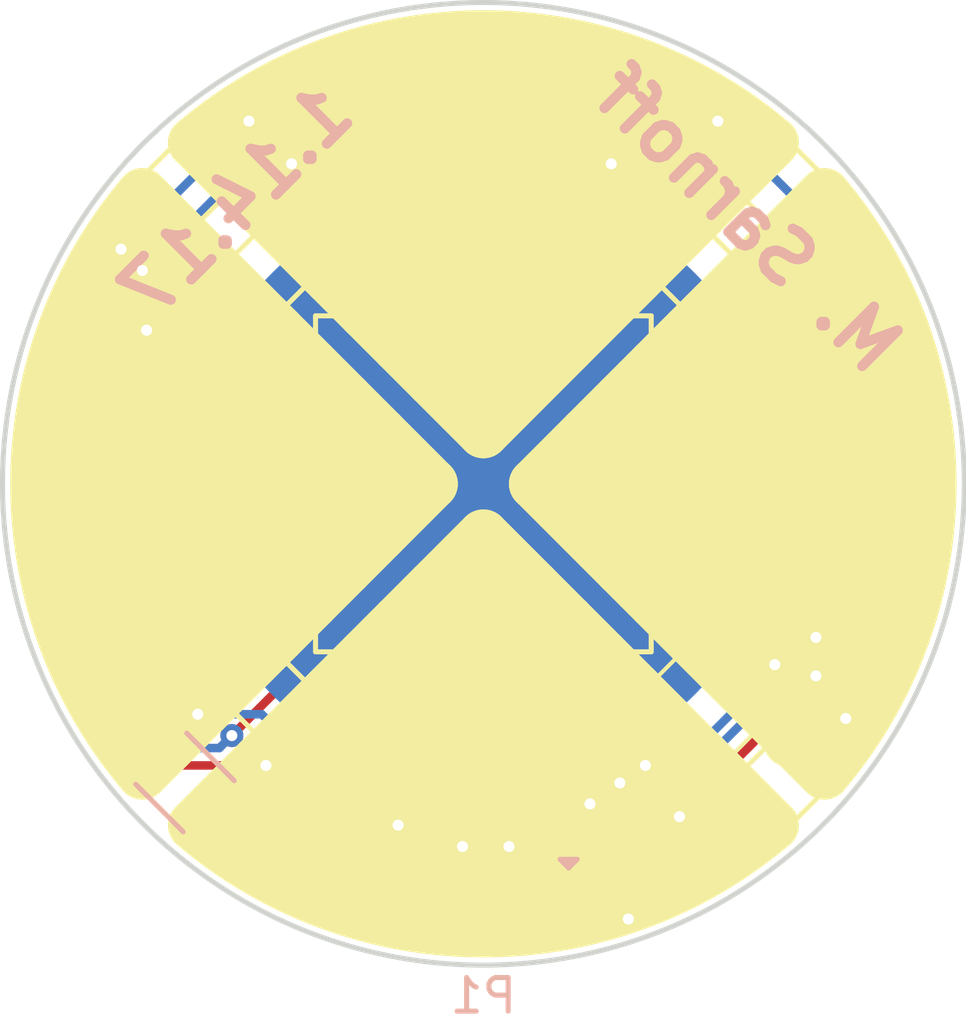
<source format=kicad_pcb>
(kicad_pcb (version 4) (host pcbnew 4.0.5)

  (general
    (links 38)
    (no_connects 2)
    (area 150.699399 87.199399 179.500601 116.000601)
    (thickness 1.6002)
    (drawings 47)
    (tracks 237)
    (zones 0)
    (modules 20)
    (nets 11)
  )

  (page A4)
  (layers
    (0 Top signal)
    (31 Bottom signal)
    (34 B.Paste user)
    (35 F.Paste user)
    (36 B.SilkS user)
    (37 F.SilkS user hide)
    (38 B.Mask user)
    (39 F.Mask user)
    (40 Dwgs.User user)
    (41 Cmts.User user)
    (42 Eco1.User user)
    (43 Eco2.User user)
    (44 Edge.Cuts user)
    (45 Margin user)
  )

  (setup
    (last_trace_width 0.254)
    (trace_clearance 0.1524)
    (zone_clearance 0.508)
    (zone_45_only no)
    (trace_min 0.1524)
    (segment_width 1.524)
    (edge_width 0.15)
    (via_size 0.6858)
    (via_drill 0.3302)
    (via_min_size 0.6858)
    (via_min_drill 0.3302)
    (uvia_size 0.762)
    (uvia_drill 0.508)
    (uvias_allowed no)
    (uvia_min_size 0)
    (uvia_min_drill 0)
    (pcb_text_width 0.3)
    (pcb_text_size 1.5 1.5)
    (mod_edge_width 0.15)
    (mod_text_size 1 1)
    (mod_text_width 0.15)
    (pad_size 1.524 1.524)
    (pad_drill 0.762)
    (pad_to_mask_clearance 0.2)
    (aux_axis_origin 0 0)
    (visible_elements FFFFFBBF)
    (pcbplotparams
      (layerselection 0x010f0_80000001)
      (usegerberextensions true)
      (excludeedgelayer true)
      (linewidth 0.100000)
      (plotframeref false)
      (viasonmask false)
      (mode 1)
      (useauxorigin false)
      (hpglpennumber 1)
      (hpglpenspeed 20)
      (hpglpendiameter 15)
      (hpglpenoverlay 2)
      (psnegative false)
      (psa4output false)
      (plotreference false)
      (plotvalue false)
      (plotinvisibletext false)
      (padsonsilk false)
      (subtractmaskfromsilk true)
      (outputformat 1)
      (mirror false)
      (drillshape 0)
      (scaleselection 1)
      (outputdirectory gerbers/))
  )

  (net 0 "")
  (net 1 GND)
  (net 2 +BATT)
  (net 3 "Net-(D1-Pad2)")
  (net 4 "Net-(D1-Pad1)")
  (net 5 "Net-(D3-Pad2)")
  (net 6 "Net-(R8-Pad2)")
  (net 7 "Net-(P1-Pad1)")
  (net 8 "Net-(P1-Pad4)")
  (net 9 "Net-(P1-Pad5)")
  (net 10 "Net-(R9-Pad1)")

  (net_class Default "This is the default net class."
    (clearance 0.1524)
    (trace_width 0.254)
    (via_dia 0.6858)
    (via_drill 0.3302)
    (uvia_dia 0.762)
    (uvia_drill 0.508)
    (add_net +BATT)
    (add_net GND)
    (add_net "Net-(D1-Pad1)")
    (add_net "Net-(D1-Pad2)")
    (add_net "Net-(D3-Pad2)")
    (add_net "Net-(P1-Pad1)")
    (add_net "Net-(P1-Pad4)")
    (add_net "Net-(P1-Pad5)")
    (add_net "Net-(R8-Pad2)")
    (add_net "Net-(R9-Pad1)")
  )

  (module Resistors_SMD:R_1206 (layer Top) (tedit 5868363F) (tstamp 5866C88D)
    (at 158.75 95.25 225)
    (descr "Resistor SMD 1206, reflow soldering, Vishay (see dcrcw.pdf)")
    (tags "resistor 1206")
    (path /5864A604)
    (attr smd)
    (fp_text reference R7 (at 0 -2.3 225) (layer F.SilkS) hide
      (effects (font (size 1 1) (thickness 0.15)))
    )
    (fp_text value 1K (at 0 2.3 225) (layer F.Fab)
      (effects (font (size 1 1) (thickness 0.15)))
    )
    (fp_line (start -1.6 0.8) (end -1.6 -0.8) (layer F.Fab) (width 0.1))
    (fp_line (start 1.6 0.8) (end -1.6 0.8) (layer F.Fab) (width 0.1))
    (fp_line (start 1.6 -0.8) (end 1.6 0.8) (layer F.Fab) (width 0.1))
    (fp_line (start -1.6 -0.8) (end 1.6 -0.8) (layer F.Fab) (width 0.1))
    (fp_line (start -2.2 -1.2) (end 2.2 -1.2) (layer F.CrtYd) (width 0.05))
    (fp_line (start -2.2 1.2) (end 2.2 1.2) (layer F.CrtYd) (width 0.05))
    (fp_line (start -2.2 -1.2) (end -2.2 1.2) (layer F.CrtYd) (width 0.05))
    (fp_line (start 2.2 -1.2) (end 2.2 1.2) (layer F.CrtYd) (width 0.05))
    (fp_line (start 1 1.075) (end -1 1.075) (layer F.SilkS) (width 0.15))
    (fp_line (start -1 -1.075) (end 1 -1.075) (layer F.SilkS) (width 0.15))
    (pad 1 smd rect (at -1.45 0 225) (size 0.9 1.7) (layers Top F.Paste F.Mask)
      (net 4 "Net-(D1-Pad1)"))
    (pad 2 smd rect (at 1.45 0 225) (size 0.9 1.7) (layers Top F.Paste F.Mask)
      (net 9 "Net-(P1-Pad5)"))
    (model Resistors_SMD.3dshapes/R_1206.wrl
      (at (xyz 0 0 0))
      (scale (xyz 1 1 1))
      (rotate (xyz 0 0 0))
    )
  )

  (module footprints:BAT-HLD-001 (layer Bottom) (tedit 58683673) (tstamp 5866C845)
    (at 165.1 101.6)
    (path /58646543)
    (fp_text reference B1 (at 0 -0.5) (layer B.SilkS) hide
      (effects (font (size 1 1) (thickness 0.15)) (justify mirror))
    )
    (fp_text value CR2032 (at 0 0.5) (layer B.Fab)
      (effects (font (size 1 1) (thickness 0.15)) (justify mirror))
    )
    (pad 2 smd circle (at 0 0) (size 17.78 17.78) (layers Bottom B.Paste B.Mask)
      (net 1 GND))
    (pad 1 smd rect (at -11.43 0) (size 2.54 5.08) (layers Bottom B.Paste B.Mask)
      (net 2 +BATT))
    (pad 1 smd rect (at 11.43 0) (size 2.54 5.08) (layers Bottom B.Paste B.Mask)
      (net 2 +BATT))
  )

  (module LEDs:LED_1206 (layer Top) (tedit 586835F2) (tstamp 5866C84B)
    (at 165.1 93.98)
    (descr "LED 1206 smd package")
    (tags "LED1206 SMD")
    (path /5864635F)
    (attr smd)
    (fp_text reference D1 (at 0 -2) (layer F.SilkS) hide
      (effects (font (size 1 1) (thickness 0.15)))
    )
    (fp_text value APT3216LSECK/J3-PRV (at 0 2) (layer F.Fab)
      (effects (font (size 1 1) (thickness 0.15)))
    )
    (fp_line (start -0.5 -0.5) (end -0.5 0.5) (layer F.Fab) (width 0.15))
    (fp_line (start -0.5 0) (end 0 -0.5) (layer F.Fab) (width 0.15))
    (fp_line (start 0 0.5) (end -0.5 0) (layer F.Fab) (width 0.15))
    (fp_line (start 0 -0.5) (end 0 0.5) (layer F.Fab) (width 0.15))
    (fp_line (start -1.6 0.8) (end -1.6 -0.8) (layer F.Fab) (width 0.15))
    (fp_line (start 1.6 0.8) (end -1.6 0.8) (layer F.Fab) (width 0.15))
    (fp_line (start 1.6 -0.8) (end 1.6 0.8) (layer F.Fab) (width 0.15))
    (fp_line (start -1.6 -0.8) (end 1.6 -0.8) (layer F.Fab) (width 0.15))
    (fp_line (start -2.15 1.05) (end 1.45 1.05) (layer F.SilkS) (width 0.15))
    (fp_line (start -2.15 -1.05) (end 1.45 -1.05) (layer F.SilkS) (width 0.15))
    (fp_line (start -0.1 -0.3) (end -0.1 0.3) (layer F.SilkS) (width 0.15))
    (fp_line (start -0.1 0.3) (end -0.4 0) (layer F.SilkS) (width 0.15))
    (fp_line (start -0.4 0) (end -0.2 -0.2) (layer F.SilkS) (width 0.15))
    (fp_line (start -0.2 -0.2) (end -0.2 0.05) (layer F.SilkS) (width 0.15))
    (fp_line (start -0.2 0.05) (end -0.25 0) (layer F.SilkS) (width 0.15))
    (fp_line (start -0.5 -0.5) (end -0.5 0.5) (layer F.SilkS) (width 0.15))
    (fp_line (start 0 0) (end 0.5 0) (layer F.SilkS) (width 0.15))
    (fp_line (start -0.5 0) (end 0 -0.5) (layer F.SilkS) (width 0.15))
    (fp_line (start 0 -0.5) (end 0 0.5) (layer F.SilkS) (width 0.15))
    (fp_line (start 0 0.5) (end -0.5 0) (layer F.SilkS) (width 0.15))
    (fp_line (start 2.5 -1.25) (end -2.5 -1.25) (layer F.CrtYd) (width 0.05))
    (fp_line (start -2.5 -1.25) (end -2.5 1.25) (layer F.CrtYd) (width 0.05))
    (fp_line (start -2.5 1.25) (end 2.5 1.25) (layer F.CrtYd) (width 0.05))
    (fp_line (start 2.5 1.25) (end 2.5 -1.25) (layer F.CrtYd) (width 0.05))
    (pad 2 smd rect (at 1.41986 0 180) (size 1.59766 1.80086) (layers Top F.Paste F.Mask)
      (net 3 "Net-(D1-Pad2)"))
    (pad 1 smd rect (at -1.41986 0 180) (size 1.59766 1.80086) (layers Top F.Paste F.Mask)
      (net 4 "Net-(D1-Pad1)"))
    (model LEDs.3dshapes/LED_1206.wrl
      (at (xyz 0 0 0))
      (scale (xyz 1 1 1))
      (rotate (xyz 0 0 180))
    )
  )

  (module LEDs:LED_1206 (layer Top) (tedit 58683621) (tstamp 5866C851)
    (at 172.72 101.6 270)
    (descr "LED 1206 smd package")
    (tags "LED1206 SMD")
    (path /5864EB29)
    (attr smd)
    (fp_text reference D2 (at 0 -2 270) (layer F.SilkS) hide
      (effects (font (size 1 1) (thickness 0.15)))
    )
    (fp_text value APT3216LSYCK/J3-PRV (at 0 2 270) (layer F.Fab)
      (effects (font (size 1 1) (thickness 0.15)))
    )
    (fp_line (start -0.5 -0.5) (end -0.5 0.5) (layer F.Fab) (width 0.15))
    (fp_line (start -0.5 0) (end 0 -0.5) (layer F.Fab) (width 0.15))
    (fp_line (start 0 0.5) (end -0.5 0) (layer F.Fab) (width 0.15))
    (fp_line (start 0 -0.5) (end 0 0.5) (layer F.Fab) (width 0.15))
    (fp_line (start -1.6 0.8) (end -1.6 -0.8) (layer F.Fab) (width 0.15))
    (fp_line (start 1.6 0.8) (end -1.6 0.8) (layer F.Fab) (width 0.15))
    (fp_line (start 1.6 -0.8) (end 1.6 0.8) (layer F.Fab) (width 0.15))
    (fp_line (start -1.6 -0.8) (end 1.6 -0.8) (layer F.Fab) (width 0.15))
    (fp_line (start -2.15 1.05) (end 1.45 1.05) (layer F.SilkS) (width 0.15))
    (fp_line (start -2.15 -1.05) (end 1.45 -1.05) (layer F.SilkS) (width 0.15))
    (fp_line (start -0.1 -0.3) (end -0.1 0.3) (layer F.SilkS) (width 0.15))
    (fp_line (start -0.1 0.3) (end -0.4 0) (layer F.SilkS) (width 0.15))
    (fp_line (start -0.4 0) (end -0.2 -0.2) (layer F.SilkS) (width 0.15))
    (fp_line (start -0.2 -0.2) (end -0.2 0.05) (layer F.SilkS) (width 0.15))
    (fp_line (start -0.2 0.05) (end -0.25 0) (layer F.SilkS) (width 0.15))
    (fp_line (start -0.5 -0.5) (end -0.5 0.5) (layer F.SilkS) (width 0.15))
    (fp_line (start 0 0) (end 0.5 0) (layer F.SilkS) (width 0.15))
    (fp_line (start -0.5 0) (end 0 -0.5) (layer F.SilkS) (width 0.15))
    (fp_line (start 0 -0.5) (end 0 0.5) (layer F.SilkS) (width 0.15))
    (fp_line (start 0 0.5) (end -0.5 0) (layer F.SilkS) (width 0.15))
    (fp_line (start 2.5 -1.25) (end -2.5 -1.25) (layer F.CrtYd) (width 0.05))
    (fp_line (start -2.5 -1.25) (end -2.5 1.25) (layer F.CrtYd) (width 0.05))
    (fp_line (start -2.5 1.25) (end 2.5 1.25) (layer F.CrtYd) (width 0.05))
    (fp_line (start 2.5 1.25) (end 2.5 -1.25) (layer F.CrtYd) (width 0.05))
    (pad 2 smd rect (at 1.41986 0 90) (size 1.59766 1.80086) (layers Top F.Paste F.Mask)
      (net 4 "Net-(D1-Pad1)"))
    (pad 1 smd rect (at -1.41986 0 90) (size 1.59766 1.80086) (layers Top F.Paste F.Mask)
      (net 3 "Net-(D1-Pad2)"))
    (model LEDs.3dshapes/LED_1206.wrl
      (at (xyz 0 0 0))
      (scale (xyz 1 1 1))
      (rotate (xyz 0 0 180))
    )
  )

  (module LEDs:LED_1206 (layer Top) (tedit 58683629) (tstamp 5866C857)
    (at 164.95014 109.22 180)
    (descr "LED 1206 smd package")
    (tags "LED1206 SMD")
    (path /5864F32F)
    (attr smd)
    (fp_text reference D3 (at 0 -2 180) (layer F.SilkS) hide
      (effects (font (size 1 1) (thickness 0.15)))
    )
    (fp_text value APT3216LZGCK (at 0 2 180) (layer F.Fab)
      (effects (font (size 1 1) (thickness 0.15)))
    )
    (fp_line (start -0.5 -0.5) (end -0.5 0.5) (layer F.Fab) (width 0.15))
    (fp_line (start -0.5 0) (end 0 -0.5) (layer F.Fab) (width 0.15))
    (fp_line (start 0 0.5) (end -0.5 0) (layer F.Fab) (width 0.15))
    (fp_line (start 0 -0.5) (end 0 0.5) (layer F.Fab) (width 0.15))
    (fp_line (start -1.6 0.8) (end -1.6 -0.8) (layer F.Fab) (width 0.15))
    (fp_line (start 1.6 0.8) (end -1.6 0.8) (layer F.Fab) (width 0.15))
    (fp_line (start 1.6 -0.8) (end 1.6 0.8) (layer F.Fab) (width 0.15))
    (fp_line (start -1.6 -0.8) (end 1.6 -0.8) (layer F.Fab) (width 0.15))
    (fp_line (start -2.15 1.05) (end 1.45 1.05) (layer F.SilkS) (width 0.15))
    (fp_line (start -2.15 -1.05) (end 1.45 -1.05) (layer F.SilkS) (width 0.15))
    (fp_line (start -0.1 -0.3) (end -0.1 0.3) (layer F.SilkS) (width 0.15))
    (fp_line (start -0.1 0.3) (end -0.4 0) (layer F.SilkS) (width 0.15))
    (fp_line (start -0.4 0) (end -0.2 -0.2) (layer F.SilkS) (width 0.15))
    (fp_line (start -0.2 -0.2) (end -0.2 0.05) (layer F.SilkS) (width 0.15))
    (fp_line (start -0.2 0.05) (end -0.25 0) (layer F.SilkS) (width 0.15))
    (fp_line (start -0.5 -0.5) (end -0.5 0.5) (layer F.SilkS) (width 0.15))
    (fp_line (start 0 0) (end 0.5 0) (layer F.SilkS) (width 0.15))
    (fp_line (start -0.5 0) (end 0 -0.5) (layer F.SilkS) (width 0.15))
    (fp_line (start 0 -0.5) (end 0 0.5) (layer F.SilkS) (width 0.15))
    (fp_line (start 0 0.5) (end -0.5 0) (layer F.SilkS) (width 0.15))
    (fp_line (start 2.5 -1.25) (end -2.5 -1.25) (layer F.CrtYd) (width 0.05))
    (fp_line (start -2.5 -1.25) (end -2.5 1.25) (layer F.CrtYd) (width 0.05))
    (fp_line (start -2.5 1.25) (end 2.5 1.25) (layer F.CrtYd) (width 0.05))
    (fp_line (start 2.5 1.25) (end 2.5 -1.25) (layer F.CrtYd) (width 0.05))
    (pad 2 smd rect (at 1.41986 0) (size 1.59766 1.80086) (layers Top F.Paste F.Mask)
      (net 5 "Net-(D3-Pad2)"))
    (pad 1 smd rect (at -1.41986 0) (size 1.59766 1.80086) (layers Top F.Paste F.Mask)
      (net 3 "Net-(D1-Pad2)"))
    (model LEDs.3dshapes/LED_1206.wrl
      (at (xyz 0 0 0))
      (scale (xyz 1 1 1))
      (rotate (xyz 0 0 180))
    )
  )

  (module LEDs:LED_1206 (layer Top) (tedit 58683638) (tstamp 5866C85D)
    (at 157.48 101.74986 90)
    (descr "LED 1206 smd package")
    (tags "LED1206 SMD")
    (path /5864F595)
    (attr smd)
    (fp_text reference D4 (at 0 -2 90) (layer F.SilkS) hide
      (effects (font (size 1 1) (thickness 0.15)))
    )
    (fp_text value APT3216LVBC/D (at 0 2 90) (layer F.Fab)
      (effects (font (size 1 1) (thickness 0.15)))
    )
    (fp_line (start -0.5 -0.5) (end -0.5 0.5) (layer F.Fab) (width 0.15))
    (fp_line (start -0.5 0) (end 0 -0.5) (layer F.Fab) (width 0.15))
    (fp_line (start 0 0.5) (end -0.5 0) (layer F.Fab) (width 0.15))
    (fp_line (start 0 -0.5) (end 0 0.5) (layer F.Fab) (width 0.15))
    (fp_line (start -1.6 0.8) (end -1.6 -0.8) (layer F.Fab) (width 0.15))
    (fp_line (start 1.6 0.8) (end -1.6 0.8) (layer F.Fab) (width 0.15))
    (fp_line (start 1.6 -0.8) (end 1.6 0.8) (layer F.Fab) (width 0.15))
    (fp_line (start -1.6 -0.8) (end 1.6 -0.8) (layer F.Fab) (width 0.15))
    (fp_line (start -2.15 1.05) (end 1.45 1.05) (layer F.SilkS) (width 0.15))
    (fp_line (start -2.15 -1.05) (end 1.45 -1.05) (layer F.SilkS) (width 0.15))
    (fp_line (start -0.1 -0.3) (end -0.1 0.3) (layer F.SilkS) (width 0.15))
    (fp_line (start -0.1 0.3) (end -0.4 0) (layer F.SilkS) (width 0.15))
    (fp_line (start -0.4 0) (end -0.2 -0.2) (layer F.SilkS) (width 0.15))
    (fp_line (start -0.2 -0.2) (end -0.2 0.05) (layer F.SilkS) (width 0.15))
    (fp_line (start -0.2 0.05) (end -0.25 0) (layer F.SilkS) (width 0.15))
    (fp_line (start -0.5 -0.5) (end -0.5 0.5) (layer F.SilkS) (width 0.15))
    (fp_line (start 0 0) (end 0.5 0) (layer F.SilkS) (width 0.15))
    (fp_line (start -0.5 0) (end 0 -0.5) (layer F.SilkS) (width 0.15))
    (fp_line (start 0 -0.5) (end 0 0.5) (layer F.SilkS) (width 0.15))
    (fp_line (start 0 0.5) (end -0.5 0) (layer F.SilkS) (width 0.15))
    (fp_line (start 2.5 -1.25) (end -2.5 -1.25) (layer F.CrtYd) (width 0.05))
    (fp_line (start -2.5 -1.25) (end -2.5 1.25) (layer F.CrtYd) (width 0.05))
    (fp_line (start -2.5 1.25) (end 2.5 1.25) (layer F.CrtYd) (width 0.05))
    (fp_line (start 2.5 1.25) (end 2.5 -1.25) (layer F.CrtYd) (width 0.05))
    (pad 2 smd rect (at 1.41986 0 270) (size 1.59766 1.80086) (layers Top F.Paste F.Mask)
      (net 3 "Net-(D1-Pad2)"))
    (pad 1 smd rect (at -1.41986 0 270) (size 1.59766 1.80086) (layers Top F.Paste F.Mask)
      (net 5 "Net-(D3-Pad2)"))
    (model LEDs.3dshapes/LED_1206.wrl
      (at (xyz 0 0 0))
      (scale (xyz 1 1 1))
      (rotate (xyz 0 0 180))
    )
  )

  (module Resistors_SMD:R_1206 (layer Top) (tedit 5868363C) (tstamp 5866C86F)
    (at 156.21 92.71 45)
    (descr "Resistor SMD 1206, reflow soldering, Vishay (see dcrcw.pdf)")
    (tags "resistor 1206")
    (path /5864B547)
    (attr smd)
    (fp_text reference R1 (at 0 -2.3 45) (layer F.SilkS) hide
      (effects (font (size 1 1) (thickness 0.15)))
    )
    (fp_text value 1M (at 0 2.3 45) (layer F.Fab)
      (effects (font (size 1 1) (thickness 0.15)))
    )
    (fp_line (start -1.6 0.8) (end -1.6 -0.8) (layer F.Fab) (width 0.1))
    (fp_line (start 1.6 0.8) (end -1.6 0.8) (layer F.Fab) (width 0.1))
    (fp_line (start 1.6 -0.8) (end 1.6 0.8) (layer F.Fab) (width 0.1))
    (fp_line (start -1.6 -0.8) (end 1.6 -0.8) (layer F.Fab) (width 0.1))
    (fp_line (start -2.2 -1.2) (end 2.2 -1.2) (layer F.CrtYd) (width 0.05))
    (fp_line (start -2.2 1.2) (end 2.2 1.2) (layer F.CrtYd) (width 0.05))
    (fp_line (start -2.2 -1.2) (end -2.2 1.2) (layer F.CrtYd) (width 0.05))
    (fp_line (start 2.2 -1.2) (end 2.2 1.2) (layer F.CrtYd) (width 0.05))
    (fp_line (start 1 1.075) (end -1 1.075) (layer F.SilkS) (width 0.15))
    (fp_line (start -1 -1.075) (end 1 -1.075) (layer F.SilkS) (width 0.15))
    (pad 1 smd rect (at -1.45 0 45) (size 0.9 1.7) (layers Top F.Paste F.Mask)
      (net 2 +BATT))
    (pad 2 smd rect (at 1.45 0 45) (size 0.9 1.7) (layers Top F.Paste F.Mask)
      (net 4 "Net-(D1-Pad1)"))
    (model Resistors_SMD.3dshapes/R_1206.wrl
      (at (xyz 0 0 0))
      (scale (xyz 1 1 1))
      (rotate (xyz 0 0 0))
    )
  )

  (module Resistors_SMD:R_1206 (layer Top) (tedit 586835FF) (tstamp 5866C875)
    (at 173.99 92.71 315)
    (descr "Resistor SMD 1206, reflow soldering, Vishay (see dcrcw.pdf)")
    (tags "resistor 1206")
    (path /5864ADA6)
    (attr smd)
    (fp_text reference R2 (at 0 -2.3 315) (layer F.SilkS) hide
      (effects (font (size 1 1) (thickness 0.15)))
    )
    (fp_text value 1M (at 0 2.3 315) (layer F.Fab)
      (effects (font (size 1 1) (thickness 0.15)))
    )
    (fp_line (start -1.6 0.8) (end -1.6 -0.8) (layer F.Fab) (width 0.1))
    (fp_line (start 1.6 0.8) (end -1.6 0.8) (layer F.Fab) (width 0.1))
    (fp_line (start 1.6 -0.8) (end 1.6 0.8) (layer F.Fab) (width 0.1))
    (fp_line (start -1.6 -0.8) (end 1.6 -0.8) (layer F.Fab) (width 0.1))
    (fp_line (start -2.2 -1.2) (end 2.2 -1.2) (layer F.CrtYd) (width 0.05))
    (fp_line (start -2.2 1.2) (end 2.2 1.2) (layer F.CrtYd) (width 0.05))
    (fp_line (start -2.2 -1.2) (end -2.2 1.2) (layer F.CrtYd) (width 0.05))
    (fp_line (start 2.2 -1.2) (end 2.2 1.2) (layer F.CrtYd) (width 0.05))
    (fp_line (start 1 1.075) (end -1 1.075) (layer F.SilkS) (width 0.15))
    (fp_line (start -1 -1.075) (end 1 -1.075) (layer F.SilkS) (width 0.15))
    (pad 1 smd rect (at -1.45 0 315) (size 0.9 1.7) (layers Top F.Paste F.Mask)
      (net 2 +BATT))
    (pad 2 smd rect (at 1.45 0 315) (size 0.9 1.7) (layers Top F.Paste F.Mask)
      (net 7 "Net-(P1-Pad1)"))
    (model Resistors_SMD.3dshapes/R_1206.wrl
      (at (xyz 0 0 0))
      (scale (xyz 1 1 1))
      (rotate (xyz 0 0 0))
    )
  )

  (module Resistors_SMD:R_1206 (layer Top) (tedit 5868360C) (tstamp 5866C87B)
    (at 173.99 110.49 225)
    (descr "Resistor SMD 1206, reflow soldering, Vishay (see dcrcw.pdf)")
    (tags "resistor 1206")
    (path /5864B823)
    (attr smd)
    (fp_text reference R3 (at 0 -2.3 225) (layer F.SilkS) hide
      (effects (font (size 1 1) (thickness 0.15)))
    )
    (fp_text value 1M (at 0 2.3 225) (layer F.Fab)
      (effects (font (size 1 1) (thickness 0.15)))
    )
    (fp_line (start -1.6 0.8) (end -1.6 -0.8) (layer F.Fab) (width 0.1))
    (fp_line (start 1.6 0.8) (end -1.6 0.8) (layer F.Fab) (width 0.1))
    (fp_line (start 1.6 -0.8) (end 1.6 0.8) (layer F.Fab) (width 0.1))
    (fp_line (start -1.6 -0.8) (end 1.6 -0.8) (layer F.Fab) (width 0.1))
    (fp_line (start -2.2 -1.2) (end 2.2 -1.2) (layer F.CrtYd) (width 0.05))
    (fp_line (start -2.2 1.2) (end 2.2 1.2) (layer F.CrtYd) (width 0.05))
    (fp_line (start -2.2 -1.2) (end -2.2 1.2) (layer F.CrtYd) (width 0.05))
    (fp_line (start 2.2 -1.2) (end 2.2 1.2) (layer F.CrtYd) (width 0.05))
    (fp_line (start 1 1.075) (end -1 1.075) (layer F.SilkS) (width 0.15))
    (fp_line (start -1 -1.075) (end 1 -1.075) (layer F.SilkS) (width 0.15))
    (pad 1 smd rect (at -1.45 0 225) (size 0.9 1.7) (layers Top F.Paste F.Mask)
      (net 2 +BATT))
    (pad 2 smd rect (at 1.45 0 225) (size 0.9 1.7) (layers Top F.Paste F.Mask)
      (net 3 "Net-(D1-Pad2)"))
    (model Resistors_SMD.3dshapes/R_1206.wrl
      (at (xyz 0 0 0))
      (scale (xyz 1 1 1))
      (rotate (xyz 0 0 0))
    )
  )

  (module Resistors_SMD:R_1206 (layer Top) (tedit 58683631) (tstamp 5866C881)
    (at 156.21 110.49 135)
    (descr "Resistor SMD 1206, reflow soldering, Vishay (see dcrcw.pdf)")
    (tags "resistor 1206")
    (path /5864B898)
    (attr smd)
    (fp_text reference R4 (at 0 -2.3 135) (layer F.SilkS) hide
      (effects (font (size 1 1) (thickness 0.15)))
    )
    (fp_text value 1M (at 0 2.3 135) (layer F.Fab)
      (effects (font (size 1 1) (thickness 0.15)))
    )
    (fp_line (start -1.6 0.8) (end -1.6 -0.8) (layer F.Fab) (width 0.1))
    (fp_line (start 1.6 0.8) (end -1.6 0.8) (layer F.Fab) (width 0.1))
    (fp_line (start 1.6 -0.8) (end 1.6 0.8) (layer F.Fab) (width 0.1))
    (fp_line (start -1.6 -0.8) (end 1.6 -0.8) (layer F.Fab) (width 0.1))
    (fp_line (start -2.2 -1.2) (end 2.2 -1.2) (layer F.CrtYd) (width 0.05))
    (fp_line (start -2.2 1.2) (end 2.2 1.2) (layer F.CrtYd) (width 0.05))
    (fp_line (start -2.2 -1.2) (end -2.2 1.2) (layer F.CrtYd) (width 0.05))
    (fp_line (start 2.2 -1.2) (end 2.2 1.2) (layer F.CrtYd) (width 0.05))
    (fp_line (start 1 1.075) (end -1 1.075) (layer F.SilkS) (width 0.15))
    (fp_line (start -1 -1.075) (end 1 -1.075) (layer F.SilkS) (width 0.15))
    (pad 1 smd rect (at -1.45 0 135) (size 0.9 1.7) (layers Top F.Paste F.Mask)
      (net 2 +BATT))
    (pad 2 smd rect (at 1.45 0 135) (size 0.9 1.7) (layers Top F.Paste F.Mask)
      (net 5 "Net-(D3-Pad2)"))
    (model Resistors_SMD.3dshapes/R_1206.wrl
      (at (xyz 0 0 0))
      (scale (xyz 1 1 1))
      (rotate (xyz 0 0 0))
    )
  )

  (module Resistors_SMD:R_1206 (layer Top) (tedit 586835FB) (tstamp 5866C887)
    (at 171.45 95.25 315)
    (descr "Resistor SMD 1206, reflow soldering, Vishay (see dcrcw.pdf)")
    (tags "resistor 1206")
    (path /5864A559)
    (attr smd)
    (fp_text reference R6 (at 0 -2.3 315) (layer F.SilkS) hide
      (effects (font (size 1 1) (thickness 0.15)))
    )
    (fp_text value 1K (at 0 2.3 315) (layer F.Fab)
      (effects (font (size 1 1) (thickness 0.15)))
    )
    (fp_line (start -1.6 0.8) (end -1.6 -0.8) (layer F.Fab) (width 0.1))
    (fp_line (start 1.6 0.8) (end -1.6 0.8) (layer F.Fab) (width 0.1))
    (fp_line (start 1.6 -0.8) (end 1.6 0.8) (layer F.Fab) (width 0.1))
    (fp_line (start -1.6 -0.8) (end 1.6 -0.8) (layer F.Fab) (width 0.1))
    (fp_line (start -2.2 -1.2) (end 2.2 -1.2) (layer F.CrtYd) (width 0.05))
    (fp_line (start -2.2 1.2) (end 2.2 1.2) (layer F.CrtYd) (width 0.05))
    (fp_line (start -2.2 -1.2) (end -2.2 1.2) (layer F.CrtYd) (width 0.05))
    (fp_line (start 2.2 -1.2) (end 2.2 1.2) (layer F.CrtYd) (width 0.05))
    (fp_line (start 1 1.075) (end -1 1.075) (layer F.SilkS) (width 0.15))
    (fp_line (start -1 -1.075) (end 1 -1.075) (layer F.SilkS) (width 0.15))
    (pad 1 smd rect (at -1.45 0 315) (size 0.9 1.7) (layers Top F.Paste F.Mask)
      (net 3 "Net-(D1-Pad2)"))
    (pad 2 smd rect (at 1.45 0 315) (size 0.9 1.7) (layers Top F.Paste F.Mask)
      (net 8 "Net-(P1-Pad4)"))
    (model Resistors_SMD.3dshapes/R_1206.wrl
      (at (xyz 0 0 0))
      (scale (xyz 1 1 1))
      (rotate (xyz 0 0 0))
    )
  )

  (module Resistors_SMD:R_1206 (layer Top) (tedit 5868362D) (tstamp 5866C893)
    (at 158.75 107.95 315)
    (descr "Resistor SMD 1206, reflow soldering, Vishay (see dcrcw.pdf)")
    (tags "resistor 1206")
    (path /5864A644)
    (attr smd)
    (fp_text reference R8 (at 0 -2.3 315) (layer F.SilkS) hide
      (effects (font (size 1 1) (thickness 0.15)))
    )
    (fp_text value 1K (at 0 2.3 315) (layer F.Fab)
      (effects (font (size 1 1) (thickness 0.15)))
    )
    (fp_line (start -1.6 0.8) (end -1.6 -0.8) (layer F.Fab) (width 0.1))
    (fp_line (start 1.6 0.8) (end -1.6 0.8) (layer F.Fab) (width 0.1))
    (fp_line (start 1.6 -0.8) (end 1.6 0.8) (layer F.Fab) (width 0.1))
    (fp_line (start -1.6 -0.8) (end 1.6 -0.8) (layer F.Fab) (width 0.1))
    (fp_line (start -2.2 -1.2) (end 2.2 -1.2) (layer F.CrtYd) (width 0.05))
    (fp_line (start -2.2 1.2) (end 2.2 1.2) (layer F.CrtYd) (width 0.05))
    (fp_line (start -2.2 -1.2) (end -2.2 1.2) (layer F.CrtYd) (width 0.05))
    (fp_line (start 2.2 -1.2) (end 2.2 1.2) (layer F.CrtYd) (width 0.05))
    (fp_line (start 1 1.075) (end -1 1.075) (layer F.SilkS) (width 0.15))
    (fp_line (start -1 -1.075) (end 1 -1.075) (layer F.SilkS) (width 0.15))
    (pad 1 smd rect (at -1.45 0 315) (size 0.9 1.7) (layers Top F.Paste F.Mask)
      (net 5 "Net-(D3-Pad2)"))
    (pad 2 smd rect (at 1.45 0 315) (size 0.9 1.7) (layers Top F.Paste F.Mask)
      (net 6 "Net-(R8-Pad2)"))
    (model Resistors_SMD.3dshapes/R_1206.wrl
      (at (xyz 0 0 0))
      (scale (xyz 1 1 1))
      (rotate (xyz 0 0 0))
    )
  )

  (module Resistors_SMD:R_1206 (layer Bottom) (tedit 5868365B) (tstamp 5866C899)
    (at 156.21 110.49 135)
    (descr "Resistor SMD 1206, reflow soldering, Vishay (see dcrcw.pdf)")
    (tags "resistor 1206")
    (path /587ADDF6)
    (attr smd)
    (fp_text reference R9 (at 0 2.3 135) (layer B.SilkS) hide
      (effects (font (size 1 1) (thickness 0.15)) (justify mirror))
    )
    (fp_text value 1K (at 0 -2.3 135) (layer B.Fab)
      (effects (font (size 1 1) (thickness 0.15)) (justify mirror))
    )
    (fp_line (start -1.6 -0.8) (end -1.6 0.8) (layer B.Fab) (width 0.1))
    (fp_line (start 1.6 -0.8) (end -1.6 -0.8) (layer B.Fab) (width 0.1))
    (fp_line (start 1.6 0.8) (end 1.6 -0.8) (layer B.Fab) (width 0.1))
    (fp_line (start -1.6 0.8) (end 1.6 0.8) (layer B.Fab) (width 0.1))
    (fp_line (start -2.2 1.2) (end 2.2 1.2) (layer B.CrtYd) (width 0.05))
    (fp_line (start -2.2 -1.2) (end 2.2 -1.2) (layer B.CrtYd) (width 0.05))
    (fp_line (start -2.2 1.2) (end -2.2 -1.2) (layer B.CrtYd) (width 0.05))
    (fp_line (start 2.2 1.2) (end 2.2 -1.2) (layer B.CrtYd) (width 0.05))
    (fp_line (start 1 -1.075) (end -1 -1.075) (layer B.SilkS) (width 0.15))
    (fp_line (start -1 1.075) (end 1 1.075) (layer B.SilkS) (width 0.15))
    (pad 1 smd rect (at -1.45 0 135) (size 0.9 1.7) (layers Bottom B.Paste B.Mask)
      (net 10 "Net-(R9-Pad1)"))
    (pad 2 smd rect (at 1.45 0 135) (size 0.9 1.7) (layers Bottom B.Paste B.Mask)
      (net 4 "Net-(D1-Pad1)"))
    (model Resistors_SMD.3dshapes/R_1206.wrl
      (at (xyz 0 0 0))
      (scale (xyz 1 1 1))
      (rotate (xyz 0 0 0))
    )
  )

  (module Buttons_Switches_SMD:SW_SPST_FSMSM (layer Top) (tedit 586835E1) (tstamp 5866C89F)
    (at 165.1 90.17)
    (descr http://www.te.com/commerce/DocumentDelivery/DDEController?Action=srchrtrv&DocNm=1437566-3&DocType=Customer+Drawing&DocLang=English)
    (tags "SPST button tactile switch")
    (path /5864B535)
    (attr smd)
    (fp_text reference SW1 (at 0.01011 -2.60022) (layer F.SilkS) hide
      (effects (font (size 1 1) (thickness 0.15)))
    )
    (fp_text value FSMSM (at 0 3) (layer F.Fab)
      (effects (font (size 1 1) (thickness 0.15)))
    )
    (fp_line (start -1.23989 -0.55022) (end 1.26011 -0.55022) (layer F.SilkS) (width 0.15))
    (fp_line (start 1.26011 -0.55022) (end 1.26011 0.54978) (layer F.SilkS) (width 0.15))
    (fp_line (start 1.26011 0.54978) (end -1.23989 0.54978) (layer F.SilkS) (width 0.15))
    (fp_line (start -1.23989 0.54978) (end -1.23989 -0.55022) (layer F.SilkS) (width 0.15))
    (fp_line (start -1.48989 0.79978) (end 1.51011 0.79978) (layer F.SilkS) (width 0.15))
    (fp_line (start -1.48989 -0.80022) (end 1.51011 -0.80022) (layer F.SilkS) (width 0.15))
    (fp_line (start 1.51011 -0.80022) (end 1.51011 0.79978) (layer F.SilkS) (width 0.15))
    (fp_line (start -1.48989 -0.80022) (end -1.48989 0.79978) (layer F.SilkS) (width 0.15))
    (fp_line (start -5.95 2) (end 5.95 2) (layer F.CrtYd) (width 0.05))
    (fp_line (start 5.95 -2) (end 5.95 2) (layer F.CrtYd) (width 0.05))
    (fp_line (start -2.98989 1.74978) (end 3.01011 1.74978) (layer F.SilkS) (width 0.15))
    (fp_line (start -2.98989 -1.75022) (end 3.01011 -1.75022) (layer F.SilkS) (width 0.15))
    (fp_line (start -2.98989 -1.75022) (end -2.98989 1.74978) (layer F.SilkS) (width 0.15))
    (fp_line (start 3.01011 -1.75022) (end 3.01011 1.74978) (layer F.SilkS) (width 0.15))
    (fp_line (start -5.95 -2) (end -5.95 2) (layer F.CrtYd) (width 0.05))
    (fp_line (start -5.95 -2) (end 5.95 -2) (layer F.CrtYd) (width 0.05))
    (pad 1 smd rect (at -4.60243 -0.00232) (size 2.18 1.6) (layers Top F.Paste F.Mask)
      (net 4 "Net-(D1-Pad1)"))
    (pad 2 smd rect (at 4.60243 0.00232) (size 2.18 1.6) (layers Top F.Paste F.Mask)
      (net 1 GND))
  )

  (module Buttons_Switches_SMD:SW_SPST_FSMSM (layer Top) (tedit 58683607) (tstamp 5866C8A5)
    (at 176.53 101.6 270)
    (descr http://www.te.com/commerce/DocumentDelivery/DDEController?Action=srchrtrv&DocNm=1437566-3&DocType=Customer+Drawing&DocLang=English)
    (tags "SPST button tactile switch")
    (path /58646206)
    (attr smd)
    (fp_text reference SW2 (at 0.01011 -2.60022 270) (layer F.SilkS) hide
      (effects (font (size 1 1) (thickness 0.15)))
    )
    (fp_text value FSMSM (at 0 3 270) (layer F.Fab)
      (effects (font (size 1 1) (thickness 0.15)))
    )
    (fp_line (start -1.23989 -0.55022) (end 1.26011 -0.55022) (layer F.SilkS) (width 0.15))
    (fp_line (start 1.26011 -0.55022) (end 1.26011 0.54978) (layer F.SilkS) (width 0.15))
    (fp_line (start 1.26011 0.54978) (end -1.23989 0.54978) (layer F.SilkS) (width 0.15))
    (fp_line (start -1.23989 0.54978) (end -1.23989 -0.55022) (layer F.SilkS) (width 0.15))
    (fp_line (start -1.48989 0.79978) (end 1.51011 0.79978) (layer F.SilkS) (width 0.15))
    (fp_line (start -1.48989 -0.80022) (end 1.51011 -0.80022) (layer F.SilkS) (width 0.15))
    (fp_line (start 1.51011 -0.80022) (end 1.51011 0.79978) (layer F.SilkS) (width 0.15))
    (fp_line (start -1.48989 -0.80022) (end -1.48989 0.79978) (layer F.SilkS) (width 0.15))
    (fp_line (start -5.95 2) (end 5.95 2) (layer F.CrtYd) (width 0.05))
    (fp_line (start 5.95 -2) (end 5.95 2) (layer F.CrtYd) (width 0.05))
    (fp_line (start -2.98989 1.74978) (end 3.01011 1.74978) (layer F.SilkS) (width 0.15))
    (fp_line (start -2.98989 -1.75022) (end 3.01011 -1.75022) (layer F.SilkS) (width 0.15))
    (fp_line (start -2.98989 -1.75022) (end -2.98989 1.74978) (layer F.SilkS) (width 0.15))
    (fp_line (start 3.01011 -1.75022) (end 3.01011 1.74978) (layer F.SilkS) (width 0.15))
    (fp_line (start -5.95 -2) (end -5.95 2) (layer F.CrtYd) (width 0.05))
    (fp_line (start -5.95 -2) (end 5.95 -2) (layer F.CrtYd) (width 0.05))
    (pad 1 smd rect (at -4.60243 -0.00232 270) (size 2.18 1.6) (layers Top F.Paste F.Mask)
      (net 7 "Net-(P1-Pad1)"))
    (pad 2 smd rect (at 4.60243 0.00232 270) (size 2.18 1.6) (layers Top F.Paste F.Mask)
      (net 1 GND))
  )

  (module Buttons_Switches_SMD:SW_SPST_FSMSM (layer Top) (tedit 58683626) (tstamp 5866C8AB)
    (at 165.1 113.03 180)
    (descr http://www.te.com/commerce/DocumentDelivery/DDEController?Action=srchrtrv&DocNm=1437566-3&DocType=Customer+Drawing&DocLang=English)
    (tags "SPST button tactile switch")
    (path /5864B811)
    (attr smd)
    (fp_text reference SW3 (at 0.01011 -2.60022 180) (layer F.SilkS) hide
      (effects (font (size 1 1) (thickness 0.15)))
    )
    (fp_text value FSMSM (at 0 3 180) (layer F.Fab)
      (effects (font (size 1 1) (thickness 0.15)))
    )
    (fp_line (start -1.23989 -0.55022) (end 1.26011 -0.55022) (layer F.SilkS) (width 0.15))
    (fp_line (start 1.26011 -0.55022) (end 1.26011 0.54978) (layer F.SilkS) (width 0.15))
    (fp_line (start 1.26011 0.54978) (end -1.23989 0.54978) (layer F.SilkS) (width 0.15))
    (fp_line (start -1.23989 0.54978) (end -1.23989 -0.55022) (layer F.SilkS) (width 0.15))
    (fp_line (start -1.48989 0.79978) (end 1.51011 0.79978) (layer F.SilkS) (width 0.15))
    (fp_line (start -1.48989 -0.80022) (end 1.51011 -0.80022) (layer F.SilkS) (width 0.15))
    (fp_line (start 1.51011 -0.80022) (end 1.51011 0.79978) (layer F.SilkS) (width 0.15))
    (fp_line (start -1.48989 -0.80022) (end -1.48989 0.79978) (layer F.SilkS) (width 0.15))
    (fp_line (start -5.95 2) (end 5.95 2) (layer F.CrtYd) (width 0.05))
    (fp_line (start 5.95 -2) (end 5.95 2) (layer F.CrtYd) (width 0.05))
    (fp_line (start -2.98989 1.74978) (end 3.01011 1.74978) (layer F.SilkS) (width 0.15))
    (fp_line (start -2.98989 -1.75022) (end 3.01011 -1.75022) (layer F.SilkS) (width 0.15))
    (fp_line (start -2.98989 -1.75022) (end -2.98989 1.74978) (layer F.SilkS) (width 0.15))
    (fp_line (start 3.01011 -1.75022) (end 3.01011 1.74978) (layer F.SilkS) (width 0.15))
    (fp_line (start -5.95 -2) (end -5.95 2) (layer F.CrtYd) (width 0.05))
    (fp_line (start -5.95 -2) (end 5.95 -2) (layer F.CrtYd) (width 0.05))
    (pad 1 smd rect (at -4.60243 -0.00232 180) (size 2.18 1.6) (layers Top F.Paste F.Mask)
      (net 3 "Net-(D1-Pad2)"))
    (pad 2 smd rect (at 4.60243 0.00232 180) (size 2.18 1.6) (layers Top F.Paste F.Mask)
      (net 1 GND))
  )

  (module Buttons_Switches_SMD:SW_SPST_FSMSM (layer Top) (tedit 58683635) (tstamp 5866C8B1)
    (at 153.67 101.6 90)
    (descr http://www.te.com/commerce/DocumentDelivery/DDEController?Action=srchrtrv&DocNm=1437566-3&DocType=Customer+Drawing&DocLang=English)
    (tags "SPST button tactile switch")
    (path /5864B886)
    (attr smd)
    (fp_text reference SW4 (at 0.01011 -2.60022 90) (layer F.SilkS) hide
      (effects (font (size 1 1) (thickness 0.15)))
    )
    (fp_text value FSMSM (at 0 3 90) (layer F.Fab)
      (effects (font (size 1 1) (thickness 0.15)))
    )
    (fp_line (start -1.23989 -0.55022) (end 1.26011 -0.55022) (layer F.SilkS) (width 0.15))
    (fp_line (start 1.26011 -0.55022) (end 1.26011 0.54978) (layer F.SilkS) (width 0.15))
    (fp_line (start 1.26011 0.54978) (end -1.23989 0.54978) (layer F.SilkS) (width 0.15))
    (fp_line (start -1.23989 0.54978) (end -1.23989 -0.55022) (layer F.SilkS) (width 0.15))
    (fp_line (start -1.48989 0.79978) (end 1.51011 0.79978) (layer F.SilkS) (width 0.15))
    (fp_line (start -1.48989 -0.80022) (end 1.51011 -0.80022) (layer F.SilkS) (width 0.15))
    (fp_line (start 1.51011 -0.80022) (end 1.51011 0.79978) (layer F.SilkS) (width 0.15))
    (fp_line (start -1.48989 -0.80022) (end -1.48989 0.79978) (layer F.SilkS) (width 0.15))
    (fp_line (start -5.95 2) (end 5.95 2) (layer F.CrtYd) (width 0.05))
    (fp_line (start 5.95 -2) (end 5.95 2) (layer F.CrtYd) (width 0.05))
    (fp_line (start -2.98989 1.74978) (end 3.01011 1.74978) (layer F.SilkS) (width 0.15))
    (fp_line (start -2.98989 -1.75022) (end 3.01011 -1.75022) (layer F.SilkS) (width 0.15))
    (fp_line (start -2.98989 -1.75022) (end -2.98989 1.74978) (layer F.SilkS) (width 0.15))
    (fp_line (start 3.01011 -1.75022) (end 3.01011 1.74978) (layer F.SilkS) (width 0.15))
    (fp_line (start -5.95 -2) (end -5.95 2) (layer F.CrtYd) (width 0.05))
    (fp_line (start -5.95 -2) (end 5.95 -2) (layer F.CrtYd) (width 0.05))
    (pad 1 smd rect (at -4.60243 -0.00232 90) (size 2.18 1.6) (layers Top F.Paste F.Mask)
      (net 5 "Net-(D3-Pad2)"))
    (pad 2 smd rect (at 4.60243 0.00232 90) (size 2.18 1.6) (layers Top F.Paste F.Mask)
      (net 1 GND))
  )

  (module TO_SOT_Packages_SMD:SOT-23-6 (layer Top) (tedit 5868361B) (tstamp 5866C8BB)
    (at 171.704 108.204 45)
    (descr "6-pin SOT-23 package")
    (tags SOT-23-6)
    (path /58645F7D)
    (attr smd)
    (fp_text reference U1 (at 0 -2.9 45) (layer F.SilkS) hide
      (effects (font (size 1 1) (thickness 0.15)))
    )
    (fp_text value PIC10F200T (at 0 2.9 45) (layer F.Fab)
      (effects (font (size 1 1) (thickness 0.15)))
    )
    (fp_line (start -0.9 1.61) (end 0.9 1.61) (layer F.SilkS) (width 0.12))
    (fp_line (start 0.9 -1.61) (end -1.55 -1.61) (layer F.SilkS) (width 0.12))
    (fp_line (start 1.9 -1.8) (end -1.9 -1.8) (layer F.CrtYd) (width 0.05))
    (fp_line (start 1.9 1.8) (end 1.9 -1.8) (layer F.CrtYd) (width 0.05))
    (fp_line (start -1.9 1.8) (end 1.9 1.8) (layer F.CrtYd) (width 0.05))
    (fp_line (start -1.9 -1.8) (end -1.9 1.8) (layer F.CrtYd) (width 0.05))
    (fp_line (start 0.9 -1.55) (end -0.9 -1.55) (layer F.Fab) (width 0.15))
    (fp_line (start -0.9 -1.55) (end -0.9 1.55) (layer F.Fab) (width 0.15))
    (fp_line (start 0.9 1.55) (end -0.9 1.55) (layer F.Fab) (width 0.15))
    (fp_line (start 0.9 -1.55) (end 0.9 1.55) (layer F.Fab) (width 0.15))
    (pad 1 smd rect (at -1.1 -0.95 45) (size 1.06 0.65) (layers Top F.Paste F.Mask)
      (net 8 "Net-(P1-Pad4)"))
    (pad 2 smd rect (at -1.1 0 45) (size 1.06 0.65) (layers Top F.Paste F.Mask)
      (net 1 GND))
    (pad 3 smd rect (at -1.1 0.95 45) (size 1.06 0.65) (layers Top F.Paste F.Mask)
      (net 9 "Net-(P1-Pad5)"))
    (pad 4 smd rect (at 1.1 0.95 45) (size 1.06 0.65) (layers Top F.Paste F.Mask)
      (net 6 "Net-(R8-Pad2)"))
    (pad 6 smd rect (at 1.1 -0.95 45) (size 1.06 0.65) (layers Top F.Paste F.Mask)
      (net 7 "Net-(P1-Pad1)"))
    (pad 5 smd rect (at 1.1 0 45) (size 1.06 0.65) (layers Top F.Paste F.Mask)
      (net 2 +BATT))
    (model TO_SOT_Packages_SMD.3dshapes/SOT-23-6.wrl
      (at (xyz 0 0 0))
      (scale (xyz 1 1 1))
      (rotate (xyz 0 0 0))
    )
  )

  (module footprints:Murata_Piezo_SMD_9x9mm (layer Top) (tedit 5868361E) (tstamp 5866C8C1)
    (at 165.1 101.6 180)
    (path /58646488)
    (fp_text reference Y1 (at 0 0.5 180) (layer F.SilkS) hide
      (effects (font (size 1 1) (thickness 0.15)))
    )
    (fp_text value PKMCS0909E4000-R1 (at 0 -6 180) (layer F.Fab)
      (effects (font (size 1 1) (thickness 0.15)))
    )
    (fp_line (start 5 3) (end 5 5) (layer F.SilkS) (width 0.15))
    (fp_line (start 5 -5) (end 5 -3) (layer F.SilkS) (width 0.15))
    (fp_line (start -5 3) (end -5 5) (layer F.SilkS) (width 0.15))
    (fp_line (start -5 -5) (end -5 -3) (layer F.SilkS) (width 0.15))
    (fp_line (start -5 5) (end 5 5) (layer F.SilkS) (width 0.15))
    (fp_line (start 5 -5) (end -5 -5) (layer F.SilkS) (width 0.15))
    (pad 1 smd rect (at -4.35 0 180) (size 1.3 3.4) (layers Top F.Paste F.Mask)
      (net 10 "Net-(R9-Pad1)"))
    (pad 2 smd rect (at 4.35 0 180) (size 1.3 3.4) (layers Top F.Paste F.Mask)
      (net 5 "Net-(D3-Pad2)"))
  )

  (module Pads_1x5_Pitch1.27mm (layer Bottom) (tedit 587AFBDE) (tstamp 587AFD25)
    (at 165.1 114.3 180)
    (path /586842E0)
    (fp_text reference P1 (at 0 -2.54 180) (layer B.SilkS)
      (effects (font (size 1 1) (thickness 0.15)) (justify mirror))
    )
    (fp_text value "PIC ICSP" (at 0 2.54 180) (layer B.Fab)
      (effects (font (size 1 1) (thickness 0.15)) (justify mirror))
    )
    (fp_line (start -2.54 1.27) (end -2.54 1.524) (layer B.SilkS) (width 0.15))
    (fp_line (start -2.286 1.524) (end -2.54 1.27) (layer B.SilkS) (width 0.15))
    (fp_line (start -2.794 1.524) (end -2.286 1.524) (layer B.SilkS) (width 0.15))
    (fp_line (start -2.54 1.27) (end -2.794 1.524) (layer B.SilkS) (width 0.15))
    (pad 3 smd rect (at 0 0 180) (size 0.75 2) (layers Bottom B.Paste B.Mask)
      (net 1 GND))
    (pad 2 smd rect (at -1.27 0 180) (size 0.75 2) (layers Bottom B.Paste B.Mask)
      (net 2 +BATT))
    (pad 1 smd rect (at -2.54 0 180) (size 0.75 2) (layers Bottom B.Paste B.Mask)
      (net 7 "Net-(P1-Pad1)"))
    (pad 4 smd rect (at 1.27 0 180) (size 0.75 2) (layers Bottom B.Paste B.Mask)
      (net 8 "Net-(P1-Pad4)"))
    (pad 5 smd rect (at 2.54 0 180) (size 0.75 2) (layers Bottom B.Paste B.Mask)
      (net 9 "Net-(P1-Pad5)"))
  )

  (gr_arc (start 165.1 101.6) (end 166.624 104.648) (angle 53.13010235) (layer F.SilkS) (width 1.524))
  (gr_arc (start 165.1 101.6) (end 167.64 105.664) (angle 64.01076642) (layer F.SilkS) (width 1.524))
  (gr_arc (start 165.1 101.6) (end 168.656 106.68) (angle 69.9840404) (layer F.SilkS) (width 1.524))
  (gr_arc (start 165.1 101.6) (end 169.672 107.696) (angle 73.73979529) (layer F.SilkS) (width 1.524))
  (gr_arc (start 165.1 101.6) (end 170.688 108.712) (angle 76.31445317) (layer F.SilkS) (width 1.524))
  (gr_arc (start 165.1 101.6) (end 171.704 109.728) (angle 77.75366714) (layer F.SilkS) (width 1.524))
  (gr_arc (start 165.1 101.6) (end 172.72 110.744) (angle 79.61114218) (layer F.SilkS) (width 1.524))
  (gr_arc (start 165.1 101.6) (end 168.148 100.076) (angle 49.76364169) (layer F.SilkS) (width 1.524))
  (gr_arc (start 165.1 101.6) (end 169.164 99.06) (angle 64.01076642) (layer F.SilkS) (width 1.524))
  (gr_arc (start 165.1 101.6) (end 170.18 98.044) (angle 69.9840404) (layer F.SilkS) (width 1.524))
  (gr_arc (start 165.1 101.6) (end 171.196 97.028) (angle 72.89727103) (layer F.SilkS) (width 1.524))
  (gr_arc (start 165.1 101.6) (end 172.212 96.012) (angle 76.31445317) (layer F.SilkS) (width 1.524))
  (gr_arc (start 165.1 101.6) (end 173.228 94.996) (angle 77.75366714) (layer F.SilkS) (width 1.524))
  (gr_arc (start 165.1 101.6) (end 174.244 93.98) (angle 79.90647864) (layer F.SilkS) (width 1.524))
  (gr_arc (start 165.1 101.6) (end 163.576 98.552) (angle 49.76364169) (layer F.SilkS) (width 1.524))
  (gr_arc (start 165.1 101.6) (end 162.56 97.536) (angle 64.01076642) (layer F.SilkS) (width 1.524))
  (gr_arc (start 165.1 101.6) (end 161.544 96.52) (angle 69.9840404) (layer F.SilkS) (width 1.524))
  (gr_arc (start 165.1 101.6) (end 160.528 95.504) (angle 73.73979529) (layer F.SilkS) (width 1.524))
  (gr_arc (start 165.1 101.6) (end 159.512 94.488) (angle 76.31445317) (layer F.SilkS) (width 1.524))
  (gr_arc (start 165.1 101.6) (end 158.496 93.472) (angle 78.18771777) (layer F.SilkS) (width 1.524))
  (gr_arc (start 165.1 101.6) (end 157.48 92.456) (angle 79.61114218) (layer F.SilkS) (width 1.524))
  (gr_line (start 165.1 103.632) (end 165.1 114.808) (layer F.SilkS) (width 1.524))
  (gr_line (start 166.624 101.6) (end 178.308 101.6) (layer F.SilkS) (width 1.524))
  (gr_line (start 165.1 100.076) (end 165.1 88.392) (layer F.SilkS) (width 1.524))
  (gr_line (start 163.576 101.6) (end 151.892 101.6) (layer F.SilkS) (width 1.524))
  (gr_arc (start 165.1 101.6) (end 162.052 103.124) (angle 53.13010235) (layer F.SilkS) (width 1.524))
  (gr_arc (start 165.1 101.6) (end 161.036 104.14) (angle 64.01076642) (layer F.SilkS) (width 1.524))
  (gr_arc (start 165.1 101.6) (end 160.02 105.156) (angle 69.9840404) (layer F.SilkS) (width 1.524))
  (gr_arc (start 165.1 101.6) (end 159.004 106.172) (angle 73.73979529) (layer F.SilkS) (width 1.524))
  (gr_arc (start 165.1 101.6) (end 157.988 107.188) (angle 76.31445317) (layer F.SilkS) (width 1.524))
  (gr_arc (start 165.1 101.6) (end 156.972 108.204) (angle 78.18771777) (layer F.SilkS) (width 1.524))
  (gr_arc (start 165.1 101.6) (end 155.956 109.22) (angle 79.61114218) (layer F.SilkS) (width 1.524))
  (gr_arc (start 165.1 101.6) (end 154.94 110.236) (angle 80.72907315) (layer F.SilkS) (width 1.524))
  (gr_arc (start 165.1 101.6) (end 173.736 111.76) (angle 80.46544412) (layer F.SilkS) (width 1.524))
  (gr_arc (start 165.1 101.6) (end 175.26 92.964) (angle 80.72907315) (layer F.SilkS) (width 1.524))
  (gr_arc (start 165.1 101.6) (end 156.464 91.44) (angle 80.72907315) (layer F.SilkS) (width 1.524))
  (gr_line (start 163.576 101.6) (end 154.94 110.236) (layer F.SilkS) (width 1.524))
  (gr_line (start 163.576 101.6) (end 154.94 92.964) (layer F.SilkS) (width 1.524))
  (gr_line (start 165.1 103.124) (end 156.464 111.76) (layer F.SilkS) (width 1.524))
  (gr_line (start 165.1 103.124) (end 173.736 111.76) (layer F.SilkS) (width 1.524))
  (gr_line (start 166.624 101.6) (end 175.26 110.236) (layer F.SilkS) (width 1.524))
  (gr_line (start 166.624 101.6) (end 175.26 92.964) (layer F.SilkS) (width 1.524))
  (gr_line (start 165.1 100.076) (end 173.736 91.44) (layer F.SilkS) (width 1.524))
  (gr_line (start 165.1 100.076) (end 156.464 91.44) (layer F.SilkS) (width 1.524))
  (gr_text "M. Sarnoff" (at 172.974 93.726 315) (layer B.SilkS)
    (effects (font (size 1.5 1.5) (thickness 0.3)) (justify mirror))
  )
  (gr_text 1.14.17 (at 157.734 93.218 45) (layer B.SilkS)
    (effects (font (size 1.5 1.5) (thickness 0.3)) (justify mirror))
  )
  (gr_circle (center 165.1 101.6) (end 179.4256 101.6) (layer Edge.Cuts) (width 0.15))

  (segment (start 164.4777 112.395004) (end 163.194998 112.395004) (width 0.254) (layer Top) (net 1))
  (segment (start 163.194998 112.395004) (end 162.559994 111.76) (width 0.254) (layer Top) (net 1))
  (segment (start 165.1 114.3) (end 165.1 113.017304) (width 0.254) (layer Bottom) (net 1))
  (segment (start 165.1 113.017304) (end 164.4777 112.395004) (width 0.254) (layer Bottom) (net 1))
  (via (at 164.4777 112.395004) (size 0.6858) (drill 0.3302) (layers Top Bottom) (net 1))
  (segment (start 175.036424 106.20243) (end 175.006 106.172006) (width 0.254) (layer Top) (net 1))
  (segment (start 169.672006 106.172006) (end 174.521067 106.172006) (width 0.254) (layer Bottom) (net 1))
  (segment (start 165.1 101.6) (end 169.672006 106.172006) (width 0.254) (layer Bottom) (net 1))
  (segment (start 176.52768 106.20243) (end 175.036424 106.20243) (width 0.254) (layer Top) (net 1))
  (segment (start 174.521067 106.172006) (end 175.006 106.172006) (width 0.254) (layer Bottom) (net 1))
  (via (at 175.006 106.172006) (size 0.6858) (drill 0.3302) (layers Top Bottom) (net 1))
  (segment (start 162.075061 111.76) (end 162.559994 111.76) (width 0.254) (layer Top) (net 1))
  (segment (start 162.05525 111.76) (end 162.075061 111.76) (width 0.254) (layer Top) (net 1))
  (segment (start 162.559994 111.275067) (end 162.559994 111.76) (width 0.254) (layer Bottom) (net 1))
  (segment (start 162.559994 104.140006) (end 162.559994 111.275067) (width 0.254) (layer Bottom) (net 1))
  (segment (start 165.1 101.6) (end 162.559994 104.140006) (width 0.254) (layer Bottom) (net 1))
  (via (at 162.559994 111.76) (size 0.6858) (drill 0.3302) (layers Top Bottom) (net 1))
  (segment (start 160.78757 113.02768) (end 162.05525 111.76) (width 0.254) (layer Top) (net 1))
  (segment (start 160.49757 113.02768) (end 160.78757 113.02768) (width 0.254) (layer Top) (net 1))
  (segment (start 155.03657 96.99757) (end 155.067 97.028) (width 0.254) (layer Top) (net 1))
  (segment (start 159.639 101.6) (end 155.409899 97.370899) (width 0.254) (layer Bottom) (net 1))
  (segment (start 153.67232 96.99757) (end 155.03657 96.99757) (width 0.254) (layer Top) (net 1))
  (segment (start 155.409899 97.370899) (end 155.067 97.028) (width 0.254) (layer Bottom) (net 1))
  (segment (start 165.1 101.6) (end 159.639 101.6) (width 0.254) (layer Bottom) (net 1))
  (via (at 155.067 97.028) (size 0.6858) (drill 0.3302) (layers Top Bottom) (net 1))
  (segment (start 168.91 92.075) (end 168.91 93.345) (width 0.254) (layer Bottom) (net 1))
  (segment (start 168.91 93.345) (end 165.1 97.155) (width 0.254) (layer Bottom) (net 1))
  (segment (start 165.1 97.155) (end 165.1 101.6) (width 0.254) (layer Bottom) (net 1))
  (segment (start 169.70243 90.17232) (end 169.70243 91.28257) (width 0.254) (layer Top) (net 1))
  (segment (start 169.70243 91.28257) (end 168.91 92.075) (width 0.254) (layer Top) (net 1))
  (via (at 168.91 92.075) (size 0.6858) (drill 0.3302) (layers Top Bottom) (net 1))
  (segment (start 165.1 101.6) (end 165.1 105.156) (width 0.254) (layer Bottom) (net 1))
  (segment (start 165.1 105.156) (end 169.926 109.982) (width 0.254) (layer Bottom) (net 1))
  (segment (start 170.926183 108.981817) (end 169.926 109.982) (width 0.254) (layer Top) (net 1))
  (via (at 169.926 109.982) (size 0.6858) (drill 0.3302) (layers Top Bottom) (net 1))
  (segment (start 166.497 112.776) (end 167.119289 112.153711) (width 0.254) (layer Bottom) (net 2))
  (segment (start 166.37 112.903) (end 166.497 112.776) (width 0.254) (layer Bottom) (net 2))
  (segment (start 165.862 112.395) (end 166.243 112.776) (width 0.254) (layer Bottom) (net 2))
  (segment (start 166.243 112.776) (end 166.37 112.903) (width 0.254) (layer Bottom) (net 2))
  (segment (start 166.497 112.776) (end 166.243 112.776) (width 0.254) (layer Bottom) (net 2))
  (segment (start 173.297774 106.980707) (end 173.782707 106.980707) (width 0.254) (layer Bottom) (net 2))
  (segment (start 168.770289 112.153711) (end 172.974 107.95) (width 0.254) (layer Bottom) (net 2))
  (segment (start 172.974 107.304481) (end 173.297774 106.980707) (width 0.254) (layer Bottom) (net 2))
  (segment (start 172.974 107.95) (end 172.974 107.304481) (width 0.254) (layer Bottom) (net 2))
  (segment (start 167.119289 112.153711) (end 168.770289 112.153711) (width 0.254) (layer Bottom) (net 2))
  (segment (start 165.735 112.268) (end 165.862 112.395) (width 0.254) (layer Top) (net 2))
  (via (at 165.862 112.395) (size 0.6858) (drill 0.3302) (layers Top Bottom) (net 2))
  (segment (start 157.235305 111.515305) (end 157.861 112.141) (width 0.254) (layer Top) (net 2))
  (segment (start 161.544 111.379) (end 162.052 110.871) (width 0.254) (layer Top) (net 2))
  (segment (start 157.861 112.141) (end 158.242 112.141) (width 0.254) (layer Top) (net 2))
  (segment (start 158.242 112.141) (end 159.004 111.379) (width 0.254) (layer Top) (net 2))
  (segment (start 159.004 111.379) (end 161.544 111.379) (width 0.254) (layer Top) (net 2))
  (segment (start 162.052 110.871) (end 164.338 110.871) (width 0.254) (layer Top) (net 2))
  (segment (start 164.338 110.871) (end 165.735 112.268) (width 0.254) (layer Top) (net 2))
  (segment (start 166.37 114.3) (end 166.37 112.903) (width 0.254) (layer Bottom) (net 2))
  (via (at 173.782707 106.980707) (size 0.6858) (drill 0.3302) (layers Top Bottom) (net 2))
  (segment (start 173.782707 106.980707) (end 175.006 108.204) (width 0.254) (layer Top) (net 2))
  (segment (start 175.514 108.204) (end 175.006 108.204) (width 0.254) (layer Top) (net 2))
  (segment (start 175.895 108.585) (end 175.514 108.204) (width 0.254) (layer Top) (net 2))
  (segment (start 154.305 94.615) (end 157.492699 91.427301) (width 0.254) (layer Bottom) (net 2))
  (segment (start 157.492699 91.427301) (end 158.762699 91.427301) (width 0.254) (layer Bottom) (net 2))
  (segment (start 158.762699 91.427301) (end 159.385 90.805) (width 0.254) (layer Bottom) (net 2))
  (segment (start 159.385 90.805) (end 172.085 90.805) (width 0.254) (layer Bottom) (net 2))
  (segment (start 175.410067 108.585) (end 175.895 108.585) (width 0.254) (layer In1.Cu) (net 2))
  (segment (start 172.481817 107.426183) (end 172.927293 106.980707) (width 0.254) (layer Top) (net 2))
  (segment (start 172.927293 106.980707) (end 173.782707 106.980707) (width 0.254) (layer Top) (net 2))
  (segment (start 175.895 108.585) (end 175.015305 109.464695) (width 0.254) (layer Top) (net 2))
  (segment (start 176.53 101.6) (end 176.53 95.25) (width 0.254) (layer Bottom) (net 2))
  (segment (start 176.53 95.25) (end 172.085 90.805) (width 0.254) (layer Bottom) (net 2))
  (segment (start 176.53 101.6) (end 176.53 107.95) (width 0.254) (layer Bottom) (net 2))
  (segment (start 176.53 107.95) (end 175.895 108.585) (width 0.254) (layer Bottom) (net 2))
  (segment (start 153.67 101.6) (end 153.67 95.25) (width 0.254) (layer Bottom) (net 2))
  (segment (start 153.67 95.25) (end 154.305 94.615) (width 0.254) (layer Bottom) (net 2))
  (via (at 175.895 108.585) (size 0.6858) (drill 0.3302) (layers Top Bottom) (net 2))
  (segment (start 172.964695 91.684695) (end 172.085 90.805) (width 0.254) (layer Top) (net 2))
  (via (at 172.085 90.805) (size 0.6858) (drill 0.3302) (layers Top Bottom) (net 2))
  (segment (start 155.184695 93.735305) (end 154.305 94.615) (width 0.254) (layer Top) (net 2))
  (via (at 154.305 94.615) (size 0.6858) (drill 0.3302) (layers Top Bottom) (net 2))
  (segment (start 168.27732 113.03232) (end 166.37 111.125) (width 0.254) (layer Top) (net 3))
  (segment (start 154.94 95.25) (end 154.94 95.734933) (width 0.254) (layer Top) (net 3))
  (segment (start 157.48 99.27717) (end 157.48 100.33) (width 0.254) (layer Top) (net 3))
  (segment (start 154.94 95.734933) (end 157.48 98.274933) (width 0.254) (layer Top) (net 3))
  (segment (start 157.48 98.274933) (end 157.48 99.27717) (width 0.254) (layer Top) (net 3))
  (segment (start 154.94 95.25) (end 158.115 92.075) (width 0.254) (layer Bottom) (net 3))
  (segment (start 158.115 92.075) (end 159.385 92.075) (width 0.254) (layer Bottom) (net 3))
  (via (at 154.94 95.25) (size 0.6858) (drill 0.3302) (layers Top Bottom) (net 3))
  (segment (start 166.51986 93.98) (end 170.18 93.98) (width 0.254) (layer Top) (net 3))
  (segment (start 166.51986 93.8784) (end 164.71646 92.075) (width 0.254) (layer Top) (net 3))
  (segment (start 164.71646 92.075) (end 159.385 92.075) (width 0.254) (layer Top) (net 3))
  (segment (start 166.51986 93.98) (end 166.51986 93.8784) (width 0.254) (layer Top) (net 3))
  (segment (start 166.51986 93.98) (end 166.51986 94.0816) (width 0.254) (layer Top) (net 3))
  (segment (start 172.72 100.18014) (end 172.8216 100.18014) (width 0.254) (layer Top) (net 3))
  (segment (start 173.736 104.902) (end 169.164 104.902) (width 0.254) (layer Top) (net 3))
  (segment (start 169.164 104.902) (end 166.37 107.696) (width 0.254) (layer Top) (net 3))
  (segment (start 172.8216 100.18014) (end 175.26 102.61854) (width 0.254) (layer Top) (net 3))
  (segment (start 175.26 102.61854) (end 175.26 103.378) (width 0.254) (layer Top) (net 3))
  (segment (start 175.26 103.378) (end 173.736 104.902) (width 0.254) (layer Top) (net 3))
  (segment (start 166.37 107.696) (end 166.37 109.22) (width 0.254) (layer Top) (net 3))
  (segment (start 170.424695 94.224695) (end 170.424695 96.764695) (width 0.254) (layer Top) (net 3))
  (segment (start 170.424695 96.764695) (end 172.72 99.06) (width 0.254) (layer Top) (net 3))
  (segment (start 172.72 99.06) (end 172.72 100.18014) (width 0.254) (layer Top) (net 3))
  (via (at 159.385 92.075) (size 0.6858) (drill 0.3302) (layers Top Bottom) (net 3))
  (segment (start 169.70243 113.03232) (end 168.27732 113.03232) (width 0.254) (layer Top) (net 3))
  (segment (start 166.37 111.125) (end 166.37 109.22) (width 0.254) (layer Top) (net 3))
  (segment (start 169.70243 113.03232) (end 171.44768 113.03232) (width 0.254) (layer Top) (net 3))
  (segment (start 171.44768 113.03232) (end 172.964695 111.515305) (width 0.254) (layer Top) (net 3))
  (segment (start 157.48 100.33) (end 157.5816 100.33) (width 0.254) (layer Top) (net 3))
  (segment (start 172.6184 100.18014) (end 172.72 100.18014) (width 0.254) (layer Top) (net 3))
  (segment (start 170.18 93.98) (end 170.424695 94.224695) (width 0.254) (layer Top) (net 3))
  (segment (start 165.1 99.54939) (end 167.78561 99.54939) (width 0.254) (layer Top) (net 4))
  (segment (start 168.275 99.06) (end 170.434 99.06) (width 0.254) (layer Top) (net 4))
  (segment (start 167.78561 99.54939) (end 168.275 99.06) (width 0.254) (layer Top) (net 4))
  (segment (start 170.942 99.568) (end 170.942 102.39629) (width 0.254) (layer Top) (net 4))
  (segment (start 170.434 99.06) (end 170.942 99.568) (width 0.254) (layer Top) (net 4))
  (segment (start 170.942 102.39629) (end 171.56557 103.01986) (width 0.254) (layer Top) (net 4))
  (segment (start 171.56557 103.01986) (end 172.72 103.01986) (width 0.254) (layer Top) (net 4))
  (segment (start 159.775305 94.224695) (end 160.274 93.726) (width 0.254) (layer Top) (net 4))
  (segment (start 161.544 93.726) (end 161.798 93.98) (width 0.254) (layer Top) (net 4))
  (segment (start 160.274 93.726) (end 161.544 93.726) (width 0.254) (layer Top) (net 4))
  (segment (start 161.798 93.98) (end 163.68014 93.98) (width 0.254) (layer Top) (net 4))
  (segment (start 163.04514 93.345) (end 163.68014 93.98) (width 0.254) (layer Top) (net 4))
  (segment (start 163.68014 93.98) (end 163.68014 94.0816) (width 0.254) (layer Top) (net 4))
  (segment (start 172.6184 103.01986) (end 172.72 103.01986) (width 0.254) (layer Top) (net 4))
  (segment (start 157.264101 109.435899) (end 157.607 109.093) (width 0.254) (layer Bottom) (net 4))
  (segment (start 157.949899 108.750101) (end 157.607 109.093) (width 0.254) (layer Top) (net 4))
  (segment (start 165.1 101.6) (end 157.949899 108.750101) (width 0.254) (layer Top) (net 4))
  (segment (start 165.1 99.54939) (end 165.1 101.6) (width 0.254) (layer Top) (net 4))
  (segment (start 159.775305 94.224695) (end 165.1 99.54939) (width 0.254) (layer Top) (net 4))
  (segment (start 155.184695 109.464695) (end 157.235305 109.464695) (width 0.254) (layer Bottom) (net 4))
  (segment (start 157.235305 109.464695) (end 157.264101 109.435899) (width 0.254) (layer Bottom) (net 4))
  (via (at 157.607 109.093) (size 0.6858) (drill 0.3302) (layers Top Bottom) (net 4))
  (segment (start 158.75232 90.16768) (end 158.115 90.805) (width 0.254) (layer Top) (net 4))
  (segment (start 158.115 90.805) (end 157.235305 91.684695) (width 0.254) (layer Top) (net 4))
  (via (at 158.115 90.805) (size 0.6858) (drill 0.3302) (layers Top Bottom) (net 4))
  (segment (start 157.235305 91.684695) (end 159.775305 94.224695) (width 0.254) (layer Top) (net 4))
  (segment (start 160.49757 90.16768) (end 158.75232 90.16768) (width 0.254) (layer Top) (net 4))
  (segment (start 157.724695 106.924695) (end 156.972 106.172) (width 0.254) (layer Top) (net 5))
  (segment (start 156.972 106.172) (end 156.845 106.045) (width 0.254) (layer Top) (net 5))
  (segment (start 153.66768 106.20243) (end 156.94157 106.20243) (width 0.254) (layer Top) (net 5))
  (segment (start 156.94157 106.20243) (end 156.972 106.172) (width 0.254) (layer Top) (net 5))
  (segment (start 153.66768 106.20243) (end 153.66768 107.94768) (width 0.254) (layer Top) (net 5))
  (segment (start 159.15132 101.6) (end 160.75 101.6) (width 0.254) (layer Top) (net 5))
  (segment (start 157.5816 103.16972) (end 159.15132 101.6) (width 0.254) (layer Top) (net 5))
  (segment (start 155.184695 109.464695) (end 155.702 109.982) (width 0.254) (layer Top) (net 5))
  (segment (start 159.038154 110.744) (end 160.401 110.744) (width 0.254) (layer Top) (net 5))
  (segment (start 155.702 109.982) (end 157.734 109.982) (width 0.254) (layer Top) (net 5))
  (segment (start 157.734 109.982) (end 158.496 110.744) (width 0.254) (layer Top) (net 5))
  (segment (start 158.496 110.744) (end 159.038154 110.744) (width 0.254) (layer Top) (net 5))
  (segment (start 162.47745 109.22) (end 160.95345 110.744) (width 0.254) (layer Top) (net 5))
  (segment (start 160.401 110.744) (end 160.655 110.744) (width 0.254) (layer Top) (net 5))
  (segment (start 163.53028 109.22) (end 162.47745 109.22) (width 0.254) (layer Top) (net 5))
  (segment (start 160.95345 110.744) (end 160.401 110.744) (width 0.254) (layer Top) (net 5))
  (segment (start 157.48 103.16972) (end 157.5816 103.16972) (width 0.254) (layer Top) (net 5))
  (segment (start 156.845 106.045) (end 156.845 103.80472) (width 0.254) (layer Top) (net 5))
  (segment (start 156.845 103.80472) (end 157.48 103.16972) (width 0.254) (layer Top) (net 5))
  (segment (start 153.66768 107.94768) (end 155.184695 109.464695) (width 0.254) (layer Top) (net 5))
  (segment (start 169.418 114.554) (end 169.418 113.03) (width 0.254) (layer Bottom) (net 6))
  (segment (start 169.418 113.03) (end 170.942 111.506) (width 0.254) (layer Bottom) (net 6))
  (segment (start 167.005 113.792) (end 167.767 114.554) (width 0.254) (layer Top) (net 6))
  (segment (start 167.767 114.554) (end 169.418 114.554) (width 0.254) (layer Top) (net 6))
  (via (at 169.418 114.554) (size 0.6858) (drill 0.3302) (layers Top Bottom) (net 6))
  (segment (start 167.005 112.395) (end 167.005 113.792) (width 0.254) (layer Top) (net 6))
  (segment (start 166.37 111.76) (end 167.005 112.395) (width 0.254) (layer Top) (net 6))
  (segment (start 166.116 111.76) (end 166.37 111.76) (width 0.254) (layer Top) (net 6))
  (segment (start 165.862 111.506) (end 166.116 111.76) (width 0.254) (layer Top) (net 6))
  (segment (start 164.973 110.617) (end 165.862 111.506) (width 0.254) (layer Top) (net 6))
  (segment (start 164.973 107.823) (end 164.973 110.617) (width 0.254) (layer Top) (net 6))
  (segment (start 164.846 107.696) (end 164.973 107.823) (width 0.254) (layer Top) (net 6))
  (segment (start 164.465 107.315) (end 164.846 107.696) (width 0.254) (layer Top) (net 6))
  (segment (start 161.43561 107.315) (end 164.465 107.315) (width 0.254) (layer Top) (net 6))
  (segment (start 159.775305 108.975305) (end 161.43561 107.315) (width 0.254) (layer Top) (net 6))
  (segment (start 173.153569 108.097934) (end 173.153569 109.294431) (width 0.254) (layer Top) (net 6))
  (segment (start 173.153569 109.294431) (end 170.942 111.506) (width 0.254) (layer Top) (net 6))
  (via (at 170.942 111.506) (size 0.6858) (drill 0.3302) (layers Top Bottom) (net 6))
  (segment (start 174.663101 107.657899) (end 173.863 107.657899) (width 0.254) (layer Bottom) (net 7))
  (segment (start 168.246756 112.649) (end 168.877994 112.649) (width 0.254) (layer Bottom) (net 7))
  (segment (start 168.877994 112.649) (end 173.863 107.663994) (width 0.254) (layer Bottom) (net 7))
  (segment (start 173.863 107.663994) (end 173.863 107.657899) (width 0.254) (layer Bottom) (net 7))
  (segment (start 167.64 114.3) (end 167.64 113.046) (width 0.254) (layer Bottom) (net 7))
  (segment (start 167.64 113.046) (end 168.037 112.649) (width 0.254) (layer Bottom) (net 7))
  (segment (start 168.037 112.649) (end 168.246756 112.649) (width 0.254) (layer Bottom) (net 7))
  (segment (start 175.006 107.315) (end 174.663101 107.657899) (width 0.254) (layer Bottom) (net 7))
  (segment (start 168.246756 112.649) (end 168.124933 112.649) (width 0.254) (layer Bottom) (net 7))
  (segment (start 173.99 106.045) (end 173.99 106.299) (width 0.254) (layer Top) (net 7))
  (segment (start 173.99 106.299) (end 175.006 107.315) (width 0.254) (layer Top) (net 7))
  (via (at 175.006 107.315) (size 0.6858) (drill 0.3302) (layers Top Bottom) (net 7))
  (segment (start 173.99 106.045) (end 176.53232 103.50268) (width 0.254) (layer Top) (net 7))
  (segment (start 176.53232 103.50268) (end 176.53232 96.99757) (width 0.254) (layer Top) (net 7))
  (segment (start 172.519497 106.045) (end 173.99 106.045) (width 0.254) (layer Top) (net 7))
  (segment (start 171.810066 106.754431) (end 172.519497 106.045) (width 0.254) (layer Top) (net 7))
  (segment (start 175.015305 93.735305) (end 176.53 95.25) (width 0.254) (layer Top) (net 7))
  (segment (start 176.53 95.25) (end 176.53 96.99525) (width 0.254) (layer Top) (net 7))
  (segment (start 176.53 96.99525) (end 176.53232 96.99757) (width 0.254) (layer Top) (net 7))
  (segment (start 169.164 110.5027) (end 169.164 109.400497) (width 0.254) (layer Top) (net 8))
  (segment (start 169.164 109.400497) (end 170.254431 108.310066) (width 0.254) (layer Top) (net 8))
  (segment (start 165.735 111.53141) (end 165.950891 111.747301) (width 0.254) (layer Bottom) (net 8))
  (segment (start 165.950891 111.747301) (end 168.573705 111.747301) (width 0.254) (layer Bottom) (net 8))
  (segment (start 168.573705 111.747301) (end 169.164 111.157006) (width 0.254) (layer Bottom) (net 8))
  (segment (start 169.164 111.157006) (end 169.164 110.5027) (width 0.254) (layer Bottom) (net 8))
  (via (at 169.164 110.5027) (size 0.6858) (drill 0.3302) (layers Top Bottom) (net 8))
  (segment (start 164.37934 111.53141) (end 165.735 111.53141) (width 0.254) (layer Bottom) (net 8))
  (segment (start 163.83 112.08075) (end 164.37934 111.53141) (width 0.254) (layer Bottom) (net 8))
  (segment (start 163.83 114.3) (end 163.83 112.08075) (width 0.254) (layer Bottom) (net 8))
  (segment (start 172.475305 96.275305) (end 175.895 99.695) (width 0.254) (layer Top) (net 8))
  (segment (start 175.895 99.695) (end 175.895 103.505) (width 0.254) (layer Top) (net 8))
  (segment (start 175.895 103.505) (end 173.99 105.41) (width 0.254) (layer Top) (net 8))
  (segment (start 173.99 105.41) (end 170.815 105.41) (width 0.254) (layer Top) (net 8))
  (segment (start 170.815 105.41) (end 169.545 106.68) (width 0.254) (layer Top) (net 8))
  (segment (start 169.545 106.68) (end 169.545 107.600635) (width 0.254) (layer Top) (net 8))
  (segment (start 169.545 107.600635) (end 170.254431 108.310066) (width 0.254) (layer Top) (net 8))
  (segment (start 162.56 112.776) (end 162.56 114.3) (width 0.254) (layer Bottom) (net 9))
  (segment (start 161.036 112.776) (end 162.56 112.776) (width 0.254) (layer Bottom) (net 9))
  (segment (start 161.036 112.776) (end 159.893 111.633) (width 0.254) (layer Bottom) (net 9))
  (segment (start 156.591 108.458) (end 158.496 108.458) (width 0.254) (layer Bottom) (net 9))
  (segment (start 158.496 108.458) (end 159.893 109.855) (width 0.254) (layer Bottom) (net 9))
  (segment (start 159.893 109.855) (end 159.893 111.633) (width 0.254) (layer Bottom) (net 9))
  (segment (start 157.607 108.458) (end 156.591 108.458) (width 0.254) (layer Top) (net 9))
  (via (at 156.591 108.458) (size 0.6858) (drill 0.3302) (layers Top Bottom) (net 9))
  (segment (start 157.861 108.204) (end 157.607 108.458) (width 0.254) (layer Top) (net 9))
  (segment (start 158.461091 96.275305) (end 162.179 99.993214) (width 0.254) (layer Top) (net 9))
  (segment (start 157.724695 96.275305) (end 158.461091 96.275305) (width 0.254) (layer Top) (net 9))
  (segment (start 162.179 99.993214) (end 162.179 103.886) (width 0.254) (layer Top) (net 9))
  (segment (start 162.179 103.886) (end 157.861 108.204) (width 0.254) (layer Top) (net 9))
  (segment (start 168.783 111.633) (end 169.618503 111.633) (width 0.254) (layer Top) (net 9))
  (segment (start 169.618503 111.633) (end 170.126503 111.125) (width 0.254) (layer Top) (net 9))
  (segment (start 168.275 111.125) (end 168.783 111.633) (width 0.254) (layer Top) (net 9))
  (segment (start 164.211 111.125) (end 162.56 112.776) (width 0.254) (layer Bottom) (net 9))
  (segment (start 168.275 111.125) (end 164.211 111.125) (width 0.254) (layer Bottom) (net 9))
  (segment (start 170.126503 111.125) (end 171.597934 109.653569) (width 0.254) (layer Top) (net 9))
  (via (at 168.275 111.125) (size 0.6858) (drill 0.3302) (layers Top Bottom) (net 9))
  (segment (start 157.235305 111.515305) (end 157.235305 111.369695) (width 0.254) (layer Bottom) (net 10))
  (segment (start 157.235305 111.369695) (end 158.623 109.982) (width 0.254) (layer Bottom) (net 10))
  (segment (start 158.623 109.982) (end 158.241999 109.600999) (width 0.254) (layer Top) (net 10))
  (segment (start 158.241999 109.600999) (end 158.241999 109.116067) (width 0.254) (layer Top) (net 10))
  (via (at 158.623 109.982) (size 0.6858) (drill 0.3302) (layers Top Bottom) (net 10))
  (segment (start 165.758066 101.6) (end 158.241999 109.116067) (width 0.254) (layer Top) (net 10))
  (segment (start 169.45 101.6) (end 165.758066 101.6) (width 0.254) (layer Top) (net 10))

)

</source>
